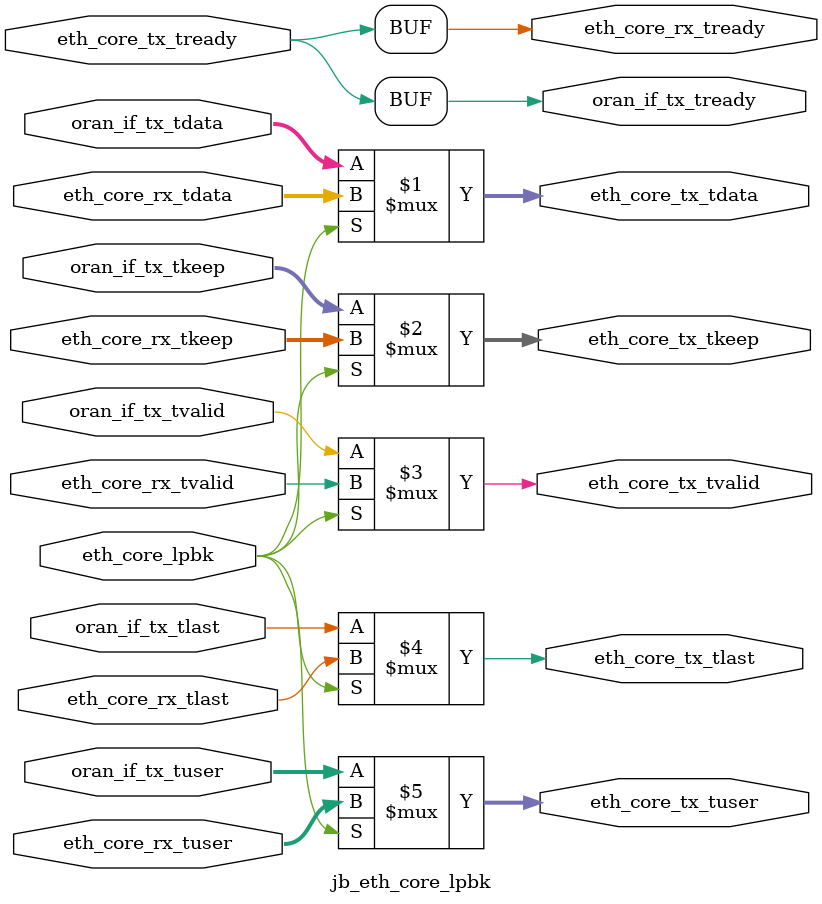
<source format=sv>


`timescale 1ps/1ps

module jb_eth_core_lpbk	(

  input   eth_core_lpbk,
			 

  input  logic  [63:0] oran_if_tx_tdata            ,
  input  logic   [7:0] oran_if_tx_tkeep            ,  
  input  logic         oran_if_tx_tvalid           ,
  input  logic         oran_if_tx_tlast            ,
  output logic         oran_if_tx_tready           ,
  input  logic  [30:0] oran_if_tx_tuser            ,

  
  input  logic  [63:0] eth_core_rx_tdata            ,
  input  logic   [7:0] eth_core_rx_tkeep            ,  
  input  logic         eth_core_rx_tvalid           ,
  input  logic         eth_core_rx_tlast            ,
  output logic         eth_core_rx_tready           ,
  input  logic  [30:0] eth_core_rx_tuser            ,	

  output  logic  [63:0] eth_core_tx_tdata            ,
  output  logic   [7:0] eth_core_tx_tkeep            ,  
  output  logic         eth_core_tx_tvalid           ,
  output  logic         eth_core_tx_tlast            ,
  input   logic         eth_core_tx_tready           ,
  output  logic  [30:0] eth_core_tx_tuser            			 
			 );


   assign eth_core_tx_tdata = eth_core_lpbk ? eth_core_rx_tdata : oran_if_tx_tdata;
   assign eth_core_tx_tkeep = eth_core_lpbk ? eth_core_rx_tkeep : oran_if_tx_tkeep;
   assign eth_core_tx_tvalid = eth_core_lpbk ? eth_core_rx_tvalid : oran_if_tx_tvalid;
   assign eth_core_tx_tlast = eth_core_lpbk ? eth_core_rx_tlast : oran_if_tx_tlast;
   assign eth_core_tx_tuser = eth_core_lpbk ? eth_core_rx_tuser : oran_if_tx_tuser;
   assign oran_if_tx_tready  = eth_core_tx_tready;
   assign eth_core_rx_tready = eth_core_tx_tready;
   
   

endmodule // jb_eth_core_lpbk

</source>
